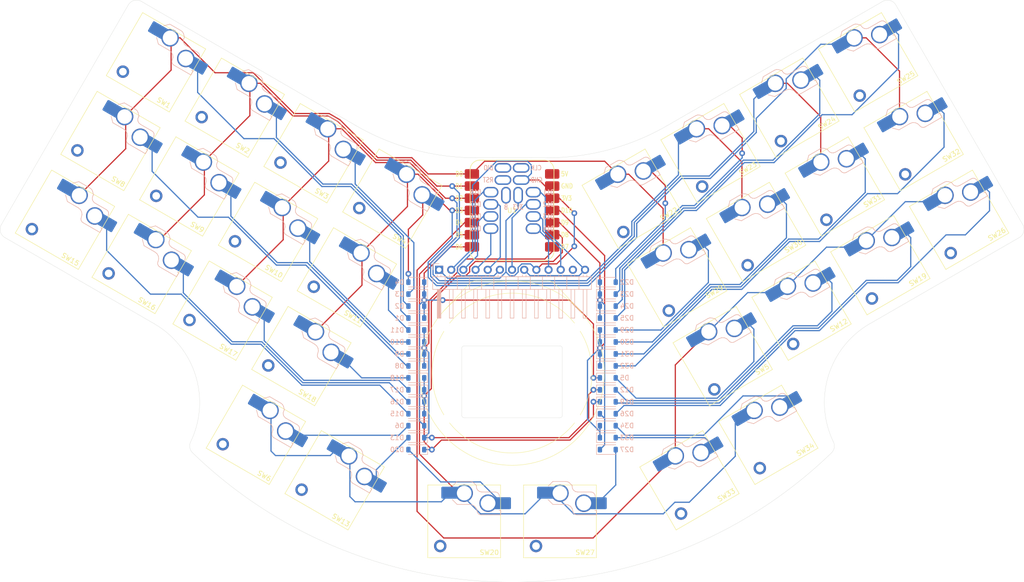
<source format=kicad_pcb>
(kicad_pcb (version 20240108) (generator "pcbnew") (generator_version "8.0")
  (layers (0 "F.Cu" signal) (31 "B.Cu" signal) (34 "B.Paste" user) (35 "F.Paste" user) (36 "B.SilkS" user "B.Silkscreen") (37 "F.SilkS" user "F.Silkscreen") (38 "B.Mask" user) (39 "F.Mask" user) (44 "Edge.Cuts" user))
  (net 0 "")
  (net 1 "ROW0")
  (net 2 "Net-(D1-A)")
  (net 3 "Net-(D2-A)")
  (net 4 "Net-(D3-A)")
  (net 5 "Net-(D4-A)")
  (net 6 "Net-(D5-A)")
  (net 7 "Net-(D6-A)")
  (net 8 "ROW1")
  (net 9 "Net-(D8-A)")
  (net 10 "Net-(D9-A)")
  (net 11 "Net-(D10-A)")
  (net 12 "Net-(D11-A)")
  (net 13 "Net-(D12-A)")
  (net 14 "Net-(D13-A)")
  (net 15 "ROW2")
  (net 16 "Net-(D15-A)")
  (net 17 "Net-(D16-A)")
  (net 18 "Net-(D17-A)")
  (net 19 "Net-(D18-A)")
  (net 20 "Net-(D19-A)")
  (net 21 "Net-(D20-A)")
  (net 22 "ROW3")
  (net 23 "Net-(D22-A)")
  (net 24 "Net-(D23-A)")
  (net 25 "Net-(D24-A)")
  (net 26 "Net-(D25-A)")
  (net 27 "Net-(D26-A)")
  (net 28 "Net-(D27-A)")
  (net 29 "ROW4")
  (net 30 "Net-(D29-A)")
  (net 31 "Net-(D30-A)")
  (net 32 "Net-(D31-A)")
  (net 33 "Net-(D32-A)")
  (net 34 "Net-(D33-A)")
  (net 35 "Net-(D34-A)")
  (net 36 "COL0")
  (net 37 "COL1")
  (net 38 "COL2")
  (net 39 "COL3")
  (net 40 "COL4")
  (net 41 "COL5")
  (net 42 "DC")
  (net 43 "SCL")
  (net 44 "+3V3")
  (net 47 "SWDIO")
  (net 48 "SDA")
  (net 49 "DISPLAY_RST")
  (net 50 "MOSI")
  (net 51 "GND")
  (net 53 "SWCLK")
  (net 54 "SCK")
  (net 55 "CS")
  (net 56 "MISO")
  (footprint "cgx_kb:XIAO_2350" (layer "F.Cu") (at 141 66)
    (property "Reference" "U1")
    (property "Value" "~")
  )
  (footprint "PCM_Switch_Keyboard_Hotswap_Kailh:SW_Hotswap_Kailh_Choc_V1V2_Plated_1.00u" (layer "F.Cu") (at 185 96.454482 30)
    (property "Reference" "SW5")
    (property "Value" "Choc_Hotswap")
  )
  (footprint "PCM_Switch_Keyboard_Hotswap_Kailh:SW_Hotswap_Kailh_Choc_V1V2_Plated_1.00u" (layer "F.Cu") (at 97.000002 96.454481 -30)
    (property "Reference" "SW18")
    (property "Value" "Choc_Hotswap")
  )
  (footprint "PCM_Switch_Keyboard_Hotswap_Kailh:SW_Hotswap_Kailh_Choc_V1V2_Plated_1.00u" (layer "F.Cu") (at 198.908964 44.545518 30)
    (property "Reference" "SW24")
    (property "Value" "Choc_Hotswap")
  )
  (footprint "cgx_kb:Waveshare_Touch_LCD_Round" (layer "F.Cu") (at 141 100 180)
    (property "Reference" "H1" (hide yes))
    (property "Value" "Display")
    (fp_line (start 10.5 -8.825) (end 10.5 5.175) (stroke (width 0.05)) (layer "Edge.Cuts"))
    (fp_line (start 10 5.675) (end -10 5.675) (stroke (width 0.05)) (layer "Edge.Cuts"))
    (fp_line (start -10 -9.325) (end 10 -9.325) (stroke (width 0.05)) (layer "Edge.Cuts"))
    (fp_line (start -10.5 5.175) (end -10.5 -8.825) (stroke (width 0.05)) (layer "Edge.Cuts"))
    (fp_arc (start 10.5 5.175) (mid 10.353553 5.528553) (end 10 5.675) (stroke (width 0.05)) (layer "Edge.Cuts"))
    (fp_arc (start 10 -9.325) (mid 10.353553 -9.178553) (end 10.5 -8.825) (stroke (width 0.05)) (layer "Edge.Cuts"))
    (fp_arc (start -10 5.675) (mid -10.353553 5.528553) (end -10.5 5.175) (stroke (width 0.05)) (layer "Edge.Cuts"))
    (fp_arc (start -10.5 -8.825) (mid -10.353553 -9.178553) (end -10 -9.325) (stroke (width 0.05)) (layer "Edge.Cuts"))
  )
  (footprint "PCM_Switch_Keyboard_Hotswap_Kailh:SW_Hotswap_Kailh_Choc_V1V2_Plated_1.00u" (layer "F.Cu") (at 215.363446 35.045516 30)
    (property "Reference" "SW25")
    (property "Value" "Choc_Hotswap")
  )
  (footprint "PCM_Switch_Keyboard_Hotswap_Kailh:SW_Hotswap_Kailh_Choc_V1V2_Plated_1.00u" (layer "F.Cu") (at 87.500002 112.908963 -30)
    (property "Reference" "SW6")
    (property "Value" "Choc_Hotswap")
  )
  (footprint "PCM_Switch_Keyboard_Hotswap_Kailh:SW_Hotswap_Kailh_Choc_V1V2_Plated_1.00u" (layer "F.Cu") (at 47.636553 67.95448 -30)
    (property "Reference" "SW15")
    (property "Value" "Choc_Hotswap")
  )
  (footprint "PCM_Switch_Keyboard_Hotswap_Kailh:SW_Hotswap_Kailh_Choc_V1V2_Plated_1.00u" (layer "F.Cu") (at 99.545519 54.045515 -30)
    (property "Reference" "SW3")
    (property "Value" "Choc_Hotswap")
  )
  (footprint "PCM_Switch_Keyboard_Hotswap_Kailh:SW_Hotswap_Kailh_Choc_V1V2_Plated_1.00u" (layer "F.Cu") (at 182.454482 54.045517 30)
    (property "Reference" "SW23")
    (property "Value" "Choc_Hotswap")
  )
  (footprint "PCM_Switch_Keyboard_Hotswap_Kailh:SW_Hotswap_Kailh_Choc_V1V2_Plated_1.00u" (layer "F.Cu") (at 191.954482 70.500001 30)
    (property "Reference" "SW30")
    (property "Value" "Choc_Hotswap")
  )
  (footprint "PCM_Switch_Keyboard_Hotswap_Kailh:SW_Hotswap_Kailh_Choc_V1V2_Plated_1.00u" (layer "F.Cu") (at 57.136555 51.499996 -30)
    (property "Reference" "SW8")
    (property "Value" "Choc_Hotswap")
  )
  (footprint "PCM_Switch_Keyboard_Hotswap_Kailh:SW_Hotswap_Kailh_Choc_V1V2_Plated_1.00u" (layer "F.Cu") (at 73.591035 60.999996 -30)
    (property "Reference" "SW9")
    (property "Value" "Choc_Hotswap")
  )
  (footprint "PCM_Switch_Keyboard_Hotswap_Kailh:SW_Hotswap_Kailh_Choc_V1V2_Plated_1.00u" (layer "F.Cu") (at 63.658024 77.20448 -30)
    (property "Reference" "SW16")
    (property "Value" "Choc_Hotswap")
  )
  (footprint "PCM_Switch_Keyboard_Hotswap_Kailh:SW_Hotswap_Kailh_Choc_V1V2_Plated_1.00u" (layer "F.Cu") (at 194.5 112.908966 30)
    (property "Reference" "SW34")
    (property "Value" "Choc_Hotswap")
  )
  (footprint "PCM_Switch_Keyboard_Hotswap_Kailh:SW_Hotswap_Kailh_Choc_V1V2_Plated_1.00u" (layer "F.Cu") (at 80.545518 86.954482 -30)
    (property "Reference" "SW17")
    (property "Value" "Choc_Hotswap")
  )
  (footprint "PCM_Switch_Keyboard_Hotswap_Kailh:SW_Hotswap_Kailh_Choc_V1V2_Plated_1.00u" (layer "F.Cu") (at 90.045519 70.499999 -30)
    (property "Reference" "SW10")
    (property "Value" "Choc_Hotswap")
  )
  (footprint "PCM_Switch_Keyboard_Hotswap_Kailh:SW_Hotswap_Kailh_Choc_V1V2_Plated_1.00u" (layer "F.Cu") (at 224.863447 51.499999 30)
    (property "Reference" "SW32")
    (property "Value" "Choc_Hotswap")
  )
  (footprint "PCM_Switch_Keyboard_Hotswap_Kailh:SW_Hotswap_Kailh_Choc_V1V2_Plated_1.00u" (layer "F.Cu") (at 178.045517 122.408967 30)
    (property "Reference" "SW33")
    (property "Value" "Choc_Hotswap")
  )
  (footprint "PCM_Switch_Keyboard_Hotswap_Kailh:SW_Hotswap_Kailh_Choc_V1V2_Plated_1.00u" (layer "F.Cu") (at 151 131)
    (property "Reference" "SW27")
    (property "Value" "Choc_Hotswap")
  )
  (footprint "PCM_Switch_Keyboard_Hotswap_Kailh:SW_Hotswap_Kailh_Choc_V1V2_Plated_1.00u" (layer "F.Cu") (at 201.454482 86.954484 30)
    (property "Reference" "SW12")
    (property "Value" "Choc_Hotswap")
  )
  (footprint "PCM_Switch_Keyboard_Hotswap_Kailh:SW_Hotswap_Kailh_Choc_V1V2_Plated_1.00u" (layer "F.Cu") (at 175.5 80 30)
    (property "Reference" "SW29")
    (property "Value" "Choc_Hotswap")
  )
  (footprint "PCM_Switch_Keyboard_Hotswap_Kailh:SW_Hotswap_Kailh_Choc_V1V2_Plated_1.00u" (layer "F.Cu") (at 66.636555 35.045514 -30)
    (property "Reference" "SW1")
    (property "Value" "Choc_Hotswap")
  )
  (footprint "PCM_Switch_Keyboard_Hotswap_Kailh:SW_Hotswap_Kailh_Choc_V1V2_Plated_1.00u" (layer "F.Cu") (at 131 131)
    (property "Reference" "SW20")
    (property "Value" "Choc_Hotswap")
  )
  (footprint "PCM_Switch_Keyboard_Hotswap_Kailh:SW_Hotswap_Kailh_Choc_V1V2_Plated_1.00u" (layer "F.Cu") (at 103.954485 122.408963 -30)
    (property "Reference" "SW13")
    (property "Value" "Choc_Hotswap")
  )
  (footprint "PCM_Switch_Keyboard_Hotswap_Kailh:SW_Hotswap_Kailh_Choc_V1V2_Plated_1.00u" (layer "F.Cu") (at 234.363448 67.954483 30)
    (property "Reference" "SW26")
    (property "Value" "Choc_Hotswap")
  )
  (footprint "PCM_Switch_Keyboard_Hotswap_Kailh:SW_Hotswap_Kailh_Choc_V1V2_Plated_1.00u" (layer "F.Cu") (at 106.5 80 -30)
    (property "Reference" "SW11")
    (property "Value" "Choc_Hotswap")
  )
  (footprint "PCM_Switch_Keyboard_Hotswap_Kailh:SW_Hotswap_Kailh_Choc_V1V2_Plated_1.00u" (layer "F.Cu") (at 116 63.545515 -30)
    (property "Reference" "SW4")
    (property "Value" "Choc_Hotswap")
  )
  (footprint "PCM_Switch_Keyboard_Hotswap_Kailh:SW_Hotswap_Kailh_Choc_V1V2_Plated_1.00u" (layer "F.Cu") (at 208.408964 61.000001 30)
    (property "Reference" "SW31")
    (property "Value" "Choc_Hotswap")
  )
  (footprint "PCM_Switch_Keyboard_Hotswap_Kailh:SW_Hotswap_Kailh_Choc_V1V2_Plated_1.00u" (layer "F.Cu") (at 83.091037 44.545513 -30)
    (property "Reference" "SW2")
    (property "Value" "Choc_Hotswap")
  )
  (footprint "PCM_Switch_Keyboard_Hotswap_Kailh:SW_Hotswap_Kailh_Choc_V1V2_Plated_1.00u" (layer "F.Cu") (at 217.908965 77.454482 30)
    (property "Reference" "SW19")
    (property "Value" "Choc_Hotswap")
  )
  (footprint "PCM_Switch_Keyboard_Hotswap_Kailh:SW_Hotswap_Kailh_Choc_V1V2_Plated_1.00u" (layer "F.Cu") (at 166 63.545518 30)
    (property "Reference" "SW22")
    (property "Value" "Choc_Hotswap")
  )
  (footprint "Diode_SMD:D_SOD-123" (layer "B.Cu") (at 161 96)
    (property "Reference" "D31")
    (property "Value" "1N4148W")
  )
  (footprint "Diode_SMD:D_SOD-123" (layer "B.Cu") (at 161 116)
    (property "Reference" "D27")
    (property "Value" "1N4148W")
  )
  (footprint "Diode_SMD:D_SOD-123" (layer "B.Cu") (at 161 103.5)
    (property "Reference" "D12")
    (property "Value" "1N4148W")
  )
  (footprint "Diode_SMD:D_SOD-123" (layer "B.Cu") (at 121 81 180)
    (property "Reference" "D4")
    (property "Value" "1N4148W")
  )
  (footprint "Diode_SMD:D_SOD-123" (layer "B.Cu") (at 161 108.5)
    (property "Reference" "D26")
    (property "Value" "1N4148W")
  )
  (footprint "Diode_SMD:D_SOD-123" (layer "B.Cu") (at 121 91 180)
    (property "Reference" "D11")
    (property "Value" "1N4148W")
  )
  (footprint "Diode_SMD:D_SOD-123" (layer "B.Cu") (at 161 86)
    (property "Reference" "D24")
    (property "Value" "1N4148W")
  )
  (footprint "Diode_SMD:D_SOD-123" (layer "B.Cu") (at 161 81)
    (property "Reference" "D22")
    (property "Value" "1N4148W")
  )
  (footprint "Diode_SMD:D_SOD-123" (layer "B.Cu") (at 161 106)
    (property "Reference" "D19")
    (property "Value" "1N4148W")
  )
  (footprint "Diode_SMD:D_SOD-123" (layer "B.Cu") (at 121 93.5 180)
    (property "Reference" "D10")
    (property "Value" "1N4148W")
  )
  (footprint "Diode_SMD:D_SOD-123" (layer "B.Cu") (at 121 103.5 180)
    (property "Reference" "D17")
    (property "Value" "1N4148W")
  )
  (footprint "Diode_SMD:D_SOD-123" (layer "B.Cu") (at 121 98.5 180)
    (property "Reference" "D8")
    (property "Value" "1N4148W")
  )
  (footprint "Diode_SMD:D_SOD-123" (layer "B.Cu") (at 121 86 180)
    (property "Reference" "D2")
    (property "Value" "1N4148W")
  )
  (footprint "Diode_SMD:D_SOD-123" (layer "B.Cu") (at 121 111 180)
    (property "Reference" "D6")
    (property "Value" "1N4148W")
  )
  (footprint "Diode_SMD:D_SOD-123" (layer "B.Cu") (at 121 96 180)
    (property "Reference" "D9")
    (property "Value" "1N4148W")
  )
  (footprint "Diode_SMD:D_SOD-123" (layer "B.Cu") (at 121 101 180)
    (property "Reference" "D18")
    (property "Value" "1N4148W")
  )
  (footprint "Diode_SMD:D_SOD-123" (layer "B.Cu") (at 161 111)
    (property "Reference" "D34")
    (property "Value" "1N4148W")
  )
  (footprint "Connector_PinHeader_2.54mm:PinHeader_1x13_P2.54mm_Horizontal" (layer "B.Cu") (at 125.76 78.41 -90)
    (property "Reference" "U2" (hide yes))
    (property "Value" "~")
  )
  (footprint "Diode_SMD:D_SOD-123" (layer "B.Cu") (at 161 98.5)
    (property "Reference" "D32")
    (property "Value" "1N4148W")
  )
  (footprint "Diode_SMD:D_SOD-123" (layer "B.Cu") (at 161 101)
    (property "Reference" "D5")
    (property "Value" "1N4148W")
  )
  (footprint "Diode_SMD:D_SOD-123" (layer "B.Cu") (at 161 91)
    (property "Reference" "D29")
    (property "Value" "1N4148W")
  )
  (footprint "Diode_SMD:D_SOD-123" (layer "B.Cu") (at 121 83.5 180)
    (property "Reference" "D3")
    (property "Value" "1N4148W")
  )
  (footprint "Diode_SMD:D_SOD-123" (layer "B.Cu") (at 161 83.5)
    (property "Reference" "D23")
    (property "Value" "1N4148W")
  )
  (footprint "Diode_SMD:D_SOD-123" (layer "B.Cu") (at 161 113.5)
    (property "Reference" "D33")
    (property "Value" "1N4148W")
  )
  (footprint "Diode_SMD:D_SOD-123" (layer "B.Cu") (at 161 88.5)
    (property "Reference" "D25")
    (property "Value" "1N4148W")
  )
  (footprint "Diode_SMD:D_SOD-123" (layer "B.Cu") (at 121 108.5 180)
    (property "Reference" "D15")
    (property "Value" "1N4148W")
  )
  (footprint "Diode_SMD:D_SOD-123" (layer "B.Cu") (at 121 106 180)
    (property "Reference" "D16")
    (property "Value" "1N4148W")
  )
  (footprint "Diode_SMD:D_SOD-123" (layer "B.Cu") (at 121 113.5 180)
    (property "Reference" "D13")
    (property "Value" "1N4148W")
  )
  (footprint "Diode_SMD:D_SOD-123" (layer "B.Cu") (at 121 88.5 180)
    (property "Reference" "D1")
    (property "Value" "1N4148W")
  )
  (footprint "Diode_SMD:D_SOD-123" (layer "B.Cu") (at 161 93.5)
    (property "Reference" "D30")
    (property "Value" "1N4148W")
  )
  (footprint "Diode_SMD:D_SOD-123" (layer "B.Cu") (at 121 116 180)
    (property "Reference" "D20")
    (property "Value" "1N4148W")
  )
  (gr_arc (start 208.11601 114.402242) (mid 207.065607 100.54431) (end 215.727566 89.676188) (stroke (width 0.05)) (layer "Edge.Cuts"))
  (gr_arc (start 66.264316 89.690251) (mid 74.917427 100.544319) (end 73.873724 114.386205) (stroke (width 0.05)) (layer "Edge.Cuts"))
  (gr_arc (start 74.241682 116.618867) (mid 73.709616 115.559903) (end 73.873724 114.386205) (stroke (width 0.05)) (layer "Edge.Cuts"))
  (gr_line (start 218.407954 22.317235) (end 173.346261 48.310773) (stroke (width 0.05)) (layer "Edge.Cuts"))
  (gr_arc (start 208.11601 114.402242) (mid 208.280118 115.57594) (end 207.748052 116.634904) (stroke (width 0.05)) (layer "Edge.Cuts"))
  (gr_arc (start 35.092325 71.681723) (mid 34.16047 70.46731) (end 34.360274 68.949672) (stroke (width 0.05)) (layer "Edge.Cuts"))
  (gr_line (start 63.592046 22.317236) (end 108.372146 48.262822) (stroke (width 0.05)) (layer "Edge.Cuts"))
  (gr_line (start 246.907674 71.681722) (end 215.73076 89.681723) (stroke (width 0.05)) (layer "Edge.Cuts"))
  (gr_line (start 137 55) (end 145 55) (stroke (width 0.05)) (layer "Edge.Cuts"))
  (gr_arc (start 60.860654 23.049667) (mid 62.074699 22.117914) (end 63.592046 22.317236) (stroke (width 0.05)) (layer "Edge.Cuts"))
  (gr_line (start 66.269239 89.681723) (end 35.092325 71.681723) (stroke (width 0.05)) (layer "Edge.Cuts"))
  (gr_arc (start 247.639725 68.949671) (mid 247.839548 70.467322) (end 246.907674 71.681722) (stroke (width 0.05)) (layer "Edge.Cuts"))
  (gr_line (start 145 55) (end 148.362729 55) (stroke (width 0.05)) (layer "Edge.Cuts"))
  (gr_line (start 137 55) (end 133.438622 55) (stroke (width 0.05)) (layer "Edge.Cuts"))
  (gr_arc (start 218.407954 22.317235) (mid 219.925301 22.117913) (end 221.139346 23.049666) (stroke (width 0.05)) (layer "Edge.Cuts"))
  (gr_arc (start 173.346261 48.310773) (mid 161.294498 53.29875) (end 148.362729 55) (stroke (width 0.05)) (layer "Edge.Cuts"))
  (gr_arc (start 207.748052 116.634904) (mid 140.990732 143.699897) (end 74.238648 116.621993) (stroke (width 0.05)) (layer "Edge.Cuts"))
  (gr_line (start 60.860654 23.049667) (end 34.360274 68.949672) (stroke (width 0.05)) (layer "Edge.Cuts"))
  (gr_arc (start 133.438622 55) (mid 120.460585 53.286339) (end 108.372146 48.262822) (stroke (width 0.05)) (layer "Edge.Cuts"))
  (gr_line (start 221.139346 23.049666) (end 247.639725 68.949671) (stroke (width 0.05)) (layer "Edge.Cuts"))
  (segment (start 126.5 84.75) (end 153 84.75) (width 0.254) (layer "F.Cu") (net 1))
  (segment (start 128.13 73.62) (end 122.65 79.1) (width 0.254) (layer "F.Cu") (net 1))
  (segment (start 132.618 73.62) (end 128.13 73.62) (width 0.254) (layer "F.Cu") (net 1))
  (segment (start 122.65 79.1) (end 122.65 84.75) (width 0.254) (layer "F.Cu") (net 1))
  (segment (start 158 89.75) (end 158 101) (width 0.254) (layer "F.Cu") (net 1))
  (segment (start 153 84.75) (end 158 89.75) (width 0.254) (layer "F.Cu") (net 1))
  (via (at 158 101) (size 1.2) (drill 0.6) (layers "F.Cu" "B.Cu") (net 1))
  (via (at 122.65 84.75) (size 1.2) (drill 0.6) (layers "F.Cu" "B.Cu") (net 1))
  (via (at 126.5 84.75) (size 1.2) (drill 0.6) (layers "F.Cu" "B.Cu") (net 1))
  (segment (start 121.669 85.731) (end 121.669 110.019) (width 0.254) (layer "B.Cu") (net 1))
  (segment (start 126.5 84.75) (end 122.65 84.75) (width 0.254) (layer "B.Cu") (net 1))
  (segment (start 159.350002 101) (end 158 101) (width 0.254) (layer "B.Cu") (net 1))
  (segment (start 122.65 81) (end 122.65 84.75) (width 0.254) (layer "B.Cu") (net 1))
  (segment (start 122.65 84.75) (end 121.669 85.731) (width 0.254) (layer "B.Cu") (net 1))
  (segment (start 122.65 84.75) (end 122.65 88.5) (width 0.254) (layer "B.Cu") (net 1))
  (segment (start 121.669 110.019) (end 122.65 111) (width 0.254) (layer "B.Cu") (net 1))
  (segment (start 119.35 88.5) (end 117.782609 86.932609) (width 0.254) (layer "B.Cu") (net 2))
  (segment (start 117.14079 70.85921) (end 107.28958 61.008) (width 0.254) (layer "B.Cu") (net 2))
  (segment (start 117.782609 86.932609) (end 117.782609 71.501029) (width 0.254) (layer "B.Cu") (net 2))
  (segment (start 91.28158 51) (end 85 51) (width 0.254) (layer "B.Cu") (net 2))
  (segment (start 85 51) (end 75.334854 41.334854) (width 0.254) (layer "B.Cu") (net 2))
  (segment (start 101.28958 61.008) (end 91.28158 51) (width 0.254) (layer "B.Cu") (net 2))
  (segment (start 117.782609 71.501029) (end 117.14079 70.85921) (width 0.254) (layer "B.Cu") (net 2))
  (segment (start 75.334854 41.334854) (end 75.334854 35.679617) (width 0.254) (layer "B.Cu") (net 2))
  (segment (start 107.28958 61.008) (end 101.28958 61.008) (width 0.254) (layer "B.Cu") (net 2))
  (segment (start 107.5 60.5) (end 118 71) (width 0.254) (layer "B.Cu") (net 3))
  (segment (start 118.290609 84.940609) (end 118.290609 71.290609) (width 0.254) (layer "B.Cu") (net 3))
  (segment (start 91.789336 50.789336) (end 101.5 60.5) (width 0.254) (layer "B.Cu") (net 3))
  (segment (start 119.35 86) (end 118.290609 84.940609) (width 0.254) (layer "B.Cu") (net 3))
  (segment (start 101.5 60.5) (end 107.5 60.5) (width 0.254) (layer "B.Cu") (net 3))
  (segment (start 91.789336 45.179616) (end 91.789336 50.789336) (width 0.254) (layer "B.Cu") (net 3))
  (segment (start 118.290609 71.290609) (end 118 71) (width 0.254) (layer "B.Cu") (net 3))
  (segment (start 120.5 82.35) (end 120.5 80.56842) (width 0.254) (layer "B.Cu") (net 4))
  (segment (start 108.243818 60.493818) (end 108.243818 54.679618) (width 0.254) (layer "B.Cu") (net 4))
  (segment (start 120.492 72.742) (end 108.243818 60.493818) (width 0.254) (layer "B.Cu") (net 4))
  (segment (start 120.492 80.56042) (end 120.492 72.742) (width 0.254) (layer "B.Cu") (net 4))
  (segment (start 120.5 80.56842) (end 120.492 80.56042) (width 0.254) (layer "B.Cu") (net 4))
  (segment (start 119.35 83.5) (end 120.5 82.35) (width 0.254) (layer "B.Cu") (net 4))
  (segment (start 122.34814 66.952043) (end 122.34814 62.872631) (width 0.254) (layer "F.Cu") (net 5))
  (segment (start 119.35 79.25) (end 119.35 69.950183) (width 0.254) (layer "F.Cu") (net 5))
  (segment (start 122.34814 62.872631) (end 122.230127 62.754618) (width 0.254) (layer "F.Cu") (net 5))
  (segment (start 119.35 69.950183) (end 122.34814 66.952043) (width 0.254) (layer "F.Cu") (net 5))
  (via (at 119.35 79.25) (size 1.2) (drill 0.6) (layers "F.Cu" "B.Cu") (net 5))
  (segment (start 119.35 79.25) (end 119.35 80.85) (width 0.254) (layer "B.Cu") (net 5))
  (segment (start 119.35 80.85) (end 119.5 81) (width 0.254) (layer "B.Cu") (net 5))
  (segment (start 166.899998 105.25) (end 162.649998 101) (width 0.254) (layer "B.Cu") (net 6))
  (segment (start 191.5 90.840286) (end 191.5 97.59474) (width 0.254) (layer "B.Cu") (net 6))
  (segment (start 191.5 97.59474) (end 183.84474 105.25) (width 0.254) (layer "B.Cu") (net 6))
  (segment (start 183.84474 105.25) (end 166.899998 105.25) (width 0.254) (layer "B.Cu") (net 6))
  (segment (start 189.898299 89.238585) (end 191.5 90.840286) (width 0.254) (layer "B.Cu") (net 6))
  (segment (start 96.741367 113) (end 96.198301 113.543066) (width 0.254) (layer "B.Cu") (net 7))
  (segment (start 117.35 113) (end 96.741367 113) (width 0.254) (layer "B.Cu") (net 7))
  (segment (start 119.35 111) (end 117.35 113) (width 0.254) (layer "B.Cu") (net 7))
  (segment (start 149.382 73.62) (end 149.382 74.618) (width 0.254) (layer "F.Cu") (net 8))
  (segment (start 123.631 84.869) (end 123.631 93.769) (width 0.254) (layer "F.Cu") (net 8))
  (segment (start 129.609 78.891) (end 123.631 84.869) (width 0.254) (layer "F.Cu") (net 8))
  (segment (start 152.891738 113.5) (end 124.25 113.5) (width 0.254) (layer "F.Cu") (net 8))
  (segment (start 123.631 93.769) (end 122.65 94.75) (width 0.254) (layer "F.Cu") (net 8))
  (segment (start 149.382 74.618) (end 147.837 76.163) (width 0.254) (layer "F.Cu") (net 8))
  (segment (start 157 104.5) (end 157 109.391738) (width 0.254) (layer "F.Cu") (net 8))
  (segment (start 158 103.5) (end 157 104.5) (width 0.254) (layer "F.Cu") (net 8))
  (segment (start 147.837 76.163) (end 131.346103 76.163) (width 0.254) (layer "F.Cu") (net 8))
  (segment (start 157 109.391738) (end 152.891738 113.5) (width 0.254) (layer "F.Cu") (net 8))
  (segment (start 129.609 77.900103) (end 129.609 78.891) (width 0.254) (layer "F.Cu") (net 8))
  (segment (start 131.346103 76.163) (end 129.609 77.900103) (width 0.254) (layer "F.Cu") (net 8))
  (via (at 158 103.5) (size 1.2) (drill 0.6) (layers "F.Cu" "B.Cu") (net 8))
  (via (at 122.65 94.75) (size 1.2) (drill 0.6) (layers "F.Cu" "B.Cu") (net 8))
  (via (at 124.25 113.5) (size 1.2) (drill 0.6) (layers "F.Cu" "B.Cu") (net 8))
  (segment (start 123.631 95.731) (end 122.65 94.75) (width 0.254) (layer "B.Cu") (net 8))
  (segment (start 124.25 113.5) (end 122.65 113.5) (width 0.254) (layer "B.Cu") (net 8))
  (segment (start 123.631 112.519) (end 123.631 95.731) (width 0.254) (layer "B.Cu") (net 8))
  (segment (start 159.35 103.5) (end 158 103.5) (width 0.254) (layer "B.Cu") (net 8))
  (segment (start 122.65 94.75) (end 122.65 98.5) (width 0.254) (layer "B.Cu") (net 8))
  (segment (start 122.65 91) (end 122.65 94.75) (width 0.254) (layer "B.Cu") (net 8))
  (segment (start 122.65 113.5) (end 123.631 112.519) (width 0.254) (layer "B.Cu") (net 8))
  (segment (start 119 98.5) (end 97.931153 77.431153) (width 0.254) (layer "B.Cu") (net 9))
  (segment (start 97.931153 77.431153) (end 91.789338 77.431153) (width 0.254) (layer "B.Cu") (net 9))
  (segment (start 75.423149 67.423149) (end 65.834854 57.834854) (width 0.254) (layer "B.Cu") (net 9))
  (segment (start 81.781334 67.423149) (end 75.423149 67.423149) (width 0.254) (layer "B.Cu") (net 9))
  (segment (start 119 98.5) (end 119.35 98.5) (width 0.254) (layer "B.Cu") (net 9))
  (segment (start 65.834854 57.834854) (end 65.834854 52.134099) (width 0.254) (layer "B.Cu") (net 9))
  (segment (start 91.789338 77.431153) (end 81.781334 67.423149) (width 0.254) (layer "B.Cu") (net 9))
  (segment (start 91.999758 76.923153) (end 82.289334 67.212729) (width 0.254) (layer "B.Cu") (net 10))
  (segment (start 82.289334 67.212729) (end 82.289334 61.634099) (width 0.254) (layer "B.Cu") (net 10))
  (segment (start 117.312665 96) (end 119.35 96) (width 0.254) (layer "B.Cu") (net 10))
  (segment (start 117.312665 96) (end 98.235818 76.923153) (width 0.254) (layer "B.Cu") (net 10))
  (segment (start 98.235818 76.923153) (end 91.999758 76.923153) (width 0.254) (layer "B.Cu") (net 10))
  (segment (start 98.743818 76.712733) (end 115.515543 93.484457) (width 0.254) (layer "B.Cu") (net 11))
  (segment (start 115.531086 93.5) (end 119.35 93.5) (width 0.254) (layer "B.Cu") (net 11))
  (segment (start 115.515543 93.484457) (end 115.531085 93.5) (width 0.254) (layer "B.Cu") (net 11))
  (segment (start 98.743818 71.134102) (end 98.743818 76.712733) (width 0.254) (layer "B.Cu") (net 11))
  (segment (start 115.515543 93.484457) (end 115.531086 93.5) (width 0.254) (layer "B.Cu") (net 11))
  (segment (start 115.198299 86.848299) (end 119.35 91) (width 0.254) (layer "B.Cu") (net 12))
  (segment (start 115.198299 80.634103) (end 115.198299 86.848299) (width 0.254) (layer "B.Cu") (net 12))
  (segment (start 164.907998 105.758) (end 184.05516 105.758) (width 0.254) (layer "B.Cu") (net 13))
  (segment (start 199.685253 90.114484) (end 204.758931 90.114484) (width 0.254) (layer "B.Cu") (net 13))
  (segment (start 197.002355 92.810805) (end 197.002355 92.797382) (width 0.254) (layer "B.Cu") (net 13))
  (segment (start 162.649998 103.5) (end 164.907998 105.758) (width 0.254) (layer "B.Cu") (net 13))
  (segment (start 197.002355 92.797382) (end 199.685253 90.114484) (width 0.254) (layer "B.Cu") (net 13))
  (segment (start 207.802622 81.188428) (end 206.352781 79.738587) (width 0.254) (layer "B.Cu") (net 13))
  (segment (start 184.05516 105.758) (end 197.002355 92.810805) (width 0.254) (layer "B.Cu") (net 13))
  (segment (start 204.758931 90.114484) (end 207.802622 87.070793) (width 0.254) (layer "B.Cu") (net 13))
  (segment (start 207.802622 87.070793) (end 207.802622 81.188428) (width 0.254) (layer "B.Cu") (net 13))
  (segment (start 119.35 113.5) (end 112.652784 120.197216) (width 0.254) (layer "B.Cu") (net 14))
  (segment (start 112.652784 120.197216) (end 112.652784 123.043066) (width 0.254) (layer "B.Cu") (net 14))
  (segment (start 131.240897 79.75) (end 129.46842 79.75) (width 0.254) (layer "F.Cu") (net 15))
  (segment (start 158 109.110158) (end 153.102158 114.008) (width 0.254) (layer "F.Cu") (net 15))
  (segment (start 151.5 71.698001) (end 151.5 74.78158) (width 0.254) (layer "F.Cu") (net 15))
  (segment (start 124.139 85.07942) (end 124.139 103.261) (width 0.254) (layer "F.Cu") (net 15))
  (segment (start 122.65 114.4) (end 122.65 104.75) (width 0.254) (layer "F.Cu") (net 15))
  (segment (start 149.382 71.08) (end 150.881999 71.08) (width 0.254) (layer "F.Cu") (net 15))
  (segment (start 129.46842 79.75) (end 124.139 85.07942) (width 0.254) (layer "F.Cu") (net 15))
  (segment (start 150.881999 71.08) (end 151.5 71.698001) (width 0.254) (layer "F.Cu") (net 15))
  (segment (start 124.25 116) (end 122.65 114.4) (width 0.254) (layer "F.Cu") (net 15))
  (segment (start 133.329 76.671) (end 132.149 77.851) (width 0.254) (layer "F.Cu") (net 15))
  (segment (start 132.149 77.851) (end 132.149 78.841897) (width 0.254) (layer "F.Cu") (net 15))
  (segment (start 124.139 103.261) (end 122.65 104.75) (width 0.254) (layer "F.Cu") (net 15))
  (segment (start 126.242 114.008) (end 124.25 116) (width 0.254) (layer "F.Cu") (net 15))
  (segment (start 153.102158 114.008) (end 126.242 114.008) (width 0.254) (layer "F.Cu") (net 15))
  (segment (start 149.61058 76.671) (end 133.329 76.671) (width 0.254) (layer "F.Cu") (net 15))
  (segment (start 151.5 74.78158) (end 149.61058 76.671) (width 0.254) (layer "F.Cu") (net 15))
  (segment (start 158 106) (end 158 109.110158) (width 0.254) (layer "F.Cu") (net 15))
  (segment (start 132.149 78.841897) (end 131.240897 79.75) (width 0.254) (layer "F.Cu") (net 15))
  (via (at 124.25 116) (size 1.2) (drill 0.6) (layers "F.Cu" "B.Cu") (net 15))
  (via (at 122.65 104.75) (size 1.2) (drill 0.6) (layers "F.Cu" "B.Cu") (net 15))
  (via (at 158 106) (size 1.2) (drill 0.6) (layers "F.Cu" "B.Cu") (net 15))
  (segment (start 159.350002 106) (end 158 106) (width 0.254) (layer "B.Cu") (net 15))
  (segment (start 122.65 101) (end 122.65 104.75) (width 0.254) (layer "B.Cu") (net 15))
  (segment (start 122.65 116) (end 124.25 116) (width 0.254) (layer "B.Cu") (net 15))
  (segment (start 122.65 104.75) (end 122.65 108.5) (width 0.254) (layer "B.Cu") (net 15))
  (segment (start 56.334852 68.588583) (end 56.334852 74.350223) (width 0.254) (layer "B.Cu") (net 16))
  (segment (start 82.786779 93.962236) (end 83.462237 93.962237) (width 0.254) (layer "B.Cu") (net 16))
  (segment (start 82.365938 93.962237) (end 82.786779 93.962236) (width 0.254) (layer "B.Cu") (net 16))
  (segment (start 97.08716 102.524) (end 113.374 102.524) (width 0.254) (layer "B.Cu") (net 16))
  (segment (start 71.903701 83.5) (end 82.365938 93.962237) (width 0.254) (layer "B.Cu") (net 16))
  (segment (start 83.462237 93.962237) (end 88.525397 93.962237) (width 0.254) (layer "B.Cu") (net 16))
  (segment (start 65.484629 83.5) (end 71.903701 83.5) (width 0.254) (layer "B.Cu") (net 16))
  (segment (start 113.374 102.524) (end 119.35 108.5) (width 0.254) (layer "B.Cu") (net 16))
  (segment (start 56.334852 74.350223) (end 65.484629 83.5) (width 0.254) (layer "B.Cu") (net 16))
  (segment (start 88.525397 93.962237) (end 97.08716 102.524) (width 0.254) (layer "B.Cu") (net 16))
  (segment (start 72.356323 83.234202) (end 82.576358 93.454237) (width 0.254) (layer "B.Cu") (net 17))
  (segment (start 82.576358 93.454237) (end 88.735817 93.454237) (width 0.254) (layer "B.Cu") (net 17))
  (segment (start 88.735817 93.454237) (end 97.29758 102.016) (width 0.254) (layer "B.Cu") (net 17))
  (segment (start 72.356323 77.838583) (end 72.356323 83.234202) (width 0.254) (layer "B.Cu") (net 17))
  (segment (start 97.29758 102.016) (end 115.366 102.016) (width 0.254) (layer "B.Cu") (net 17))
  (segment (start 115.366 102.016) (end 119.35 106) (width 0.254) (layer "B.Cu") (net 17))
  (segment (start 117.358 101.508) (end 119.35 103.5) (width 0.254) (layer "B.Cu") (net 18))
  (segment (start 89.243817 93.243817) (end 97.508 101.508) (width 0.254) (layer "B.Cu") (net 18))
  (segment (start 97.508 101.508) (end 117.358 101.508) (width 0.254) (layer "B.Cu") (net 18))
  (segment (start 89.243817 87.588585) (end 89.243817 93.243817) (width 0.254) (layer "B.Cu") (net 18))
  (segment (start 109.609717 101) (end 119.35 101) (width 0.254) (layer "B.Cu") (net 19))
  (segment (start 105.698301 97.088584) (end 109.609717 101) (width 0.254) (layer "B.Cu") (net 19))
  (segment (start 204.969351 90.622484) (end 214.977353 80.614482) (width 0.254) (layer "B.Cu") (net 20))
  (segment (start 199.895673 90.622484) (end 204.969351 90.622484) (width 0.254) (layer "B.Cu") (net 20))
  (segment (start 214.977353 80.614482) (end 221.417098 80.614482) (width 0.254) (layer "B.Cu") (net 20))
  (segment (start 162.649998 106) (end 162.915998 106.266) (width 0.254) (layer "B.Cu") (net 20))
  (segment (start 224.257105 71.688426) (end 222.807264 70.238585) (width 0.254) (layer "B.Cu") (net 20))
  (segment (start 224.257105 77.774475) (end 224.257105 71.688426) (width 0.254) (layer "B.Cu") (net 20))
  (segment (start 197.510355 93.021225) (end 197.510355 93.007802) (width 0.254) (layer "B.Cu") (net 20))
  (segment (start 162.915998 106.266) (end 184.26558 106.266) (width 0.254) (layer "B.Cu") (net 20))
  (segment (start 221.417098 80.614482) (end 224.257105 77.774475) (width 0.254) (layer "B.Cu") (net 20))
  (segment (start 184.26558 106.266) (end 197.510355 93.021225) (width 0.254) (layer "B.Cu") (net 20))
  (segment (start 197.510355 93.007802) (end 199.895673 90.622484) (width 0.254) (layer "B.Cu") (net 20))
  (segment (start 134.4 122.75) (end 138.85 127.2) (width 0.254) (layer "B.Cu") (net 21))
  (segment (start 126.1 122.75) (end 134.4 122.75) (width 0.254) (layer "B.Cu") (net 21))
  (segment (start 119.35 116) (end 126.1 122.75) (width 0.254) (layer "B.Cu") (net 21))
  (segment (start 159.350002 77.008003) (end 150.881999 68.54) (width 0.254) (layer "F.Cu") (net 22))
  (segment (start 150.881999 68.54) (end 149.382 68.54) (width 0.254) (layer "F.Cu") (net 22))
  (segment (start 159.350002 84.75) (end 159.350002 77.008003) (width 0.254) (layer "F.Cu") (net 22))
  (via (at 159.350002 84.75) (size 1.2) (drill 0.6) (layers "F.Cu" "B.Cu") (net 22))
  (segment (start 160.331002 112.75) (end 160.331002 85.731) (width 0.254) (layer "B.Cu") (net 22))
  (segment (start 159.350002 81) (end 159.350002 88.5) (width 0.254) (layer "B.Cu") (net 22))
  (segment (start 160.331002 85.731) (end 159.350002 84.75) (width 0.254) (layer "B.Cu") (net 22))
  (segment (start 160.331002 115.019) (end 160.331002 109.481) (width 0.254) (layer "B.Cu") (net 22))
  (segment (start 160.331002 109.481) (end 159.350002 108.5) (width 0.254) (layer "B.Cu") (net 22))
  (segment (start 159.350002 116) (end 160.331002 115.019) (width 0.254) (layer "B.Cu") (net 22))
  (segment (start 169.963771 57.754621) (end 168.430127 57.754621) (width 0.254) (layer "F.Cu") (net 23))
  (segment (start 173 64.5) (end 173 60.79085) (width 0.254) (layer "F.Cu") (net 23))
  (segment (start 173 60.79085) (end 169.963771 57.754621) (width 0.254) (layer "F.Cu") (net 23))
  (via (at 173 64.5) (size 1.2) (drill 0.6) (layers "F.Cu" "B.Cu") (net 23))
  (segment (start 173 67.84474) (end 162.649998 78.194742) (width 0.254) (layer "B.Cu") (net 23))
  (segment (start 173 64.5) (end 173 67.84474) (width 0.254) (layer "B.Cu") (net 23))
  (segment (start 162.649998 78.194742) (end 162.649998 81) (width 0.254) (layer "B.Cu") (net 23))
  (segment (start 189.052882 50.889249) (end 186.418253 48.25462) (width 0.254) (layer "F.Cu") (net 24))
  (segment (start 186.418253 48.25462) (end 184.884609 48.25462) (width 0.254) (layer "F.Cu") (net 24))
  (segment (start 189.052882 54.052882) (end 189.052882 50.889249) (width 0.254) (layer "F.Cu") (net 24))
  (via (at 189.052882 54.052882) (size 1.2) (drill 0.6) (layers "F.Cu" "B.Cu") (net 24))
  (segment (start 163.5 82.649998) (end 162.649998 83.5) (width 0.254) (layer "B.Cu") (net 24))
  (segment (start 189.052882 55.029314) (end 179.082196 65) (width 0.254) (layer "B.Cu") (net 24))
  (segment (start 163.5 78.06316) (end 163.5 82.649998) (width 0.254) (layer "B.Cu") (net 24))
  (segment (start 179.082196 65) (end 176.56316 65) (width 0.254) (layer "B.Cu") (net 24))
  (segment (start 189.052882 54.052882) (end 189.052882 55.029314) (width 0.254) (layer "B.Cu") (net 24))
  (segment (start 176.56316 65) (end 163.5 78.06316) (width 0.254) (layer "B.Cu") (net 24))
  (segment (start 203.807263 37.329621) (end 205.257104 38.779462) (width 0.254) (layer "B.Cu") (net 25))
  (segment (start 164.008 84.641998) (end 162.649998 86) (width 0.254) (layer "B.Cu") (net 25))
  (segment (start 195.5 55.5) (end 189.300616 55.5) (width 0.254) (layer "B.Cu") (net 25))
  (segment (start 176.77358 65.508) (end 164.008 78.27358) (width 0.254) (layer "B.Cu") (net 25))
  (segment (start 197.85013 53.186549) (end 197.813451 53.186549) (width 0.254) (layer "B.Cu") (net 25))
  (segment (start 164.008 78.27358) (end 164.008 84.641998) (width 0.254) (layer "B.Cu") (net 25))
  (segment (start 205.257104 38.779462) (end 205.257104 45.779575) (width 0.254) (layer "B.Cu") (net 25))
  (segment (start 205.257104 45.779575) (end 197.85013 53.186549) (width 0.254) (layer "B.Cu") (net 25))
  (segment (start 179.292616 65.508) (end 176.77358 65.508) (width 0.254) (layer "B.Cu") (net 25))
  (segment (start 189.300616 55.5) (end 179.292616 65.508) (width 0.254) (layer "B.Cu") (net 25))
  (segment (start 197.813451 53.186549) (end 195.5 55.5) (width 0.254) (layer "B.Cu") (net 25))
  (segment (start 189.511036 56.008) (end 179.503036 66.016) (width 0.254) (layer "B.Cu") (net 26))
  (segment (start 176.984 66.016) (end 164.516 78.484) (width 0.254) (layer "B.Cu") (net 26))
  (segment (start 212 46) (end 205.755099 46) (width 0.254) (layer "B.Cu") (net 26))
  (segment (start 164.516 86.633998) (end 162.649998 88.5) (width 0.254) (layer "B.Cu") (net 26))
  (segment (start 164.516 78.484) (end 164.516 86.633998) (width 0.254) (layer "B.Cu") (net 26))
  (segment (start 205.755099 46) (end 198.06055 53.694549) (width 0.254) (layer "B.Cu") (net 26))
  (segment (start 198.023871 53.694549) (end 195.71042 56.008) (width 0.254) (layer "B.Cu") (net 26))
  (segment (start 195.71042 56.008) (end 189.511036 56.008) (width 0.254) (layer "B.Cu") (net 26))
  (segment (start 179.503036 66.016) (end 176.984 66.016) (width 0.254) (layer "B.Cu") (net 26))
  (segment (start 220.261745 27.829619) (end 221.711586 29.27946) (width 0.254) (layer "B.Cu") (net 26))
  (segment (start 221.711586 29.27946) (end 221.711586 36.288414) (width 0.254) (layer "B.Cu") (net 26))
  (segment (start 198.06055 53.694549) (end 198.023871 53.694549) (width 0.254) (layer "B.Cu") (net 26))
  (segment (start 221.711586 36.288414) (end 212 46) (width 0.254) (layer "B.Cu") (net 26))
  (segment (start 240.711588 62.188427) (end 240.711588 66.075258) (width 0.254) (layer "B.Cu") (net 27))
  (segment (start 205.179771 91.130484) (end 200.106093 91.130484) (width 0.254) (layer "B.Cu") (net 27))
  (segment (start 240.711588 66.075258) (end 235.672363 71.114483) (width 0.254) (layer "B.Cu") (net 27))
  (segment (start 221.627518 81.122482) (end 215.187773 81.122482) (width 0.254) (layer "B.Cu") (net 27))
  (segment (start 198.018355 93.231645) (end 184.476 106.774) (width 0.254) (layer "B.Cu") (net 27))
  (segment (start 239.261747 60.738586) (end 240.711588 62.188427) (width 0.254) (layer "B.Cu") (net 27))
  (segment (start 215.187773 81.122482) (end 205.179771 91.130484) (width 0.254) (layer "B.Cu") (net 27))
  (segment (start 231.635517 71.114483) (end 221.627518 81.122482) (width 0.254) (layer "B.Cu") (net 27))
  (segment (start 164.375998 106.774) (end 162.649998 108.5) (width 0.254) (layer "B.Cu") (net 27))
  (segment (start 200.106093 91.130484) (end 198.018355 93.218222) (width 0.254) (layer "B.Cu") (net 27))
  (segment (start 198.018355 93.218222) (end 198.018355 93.231645) (width 0.254) (layer "B.Cu") (net 27))
  (segment (start 184.476 106.774) (end 164.375998 106.774) (width 0.254) (layer "B.Cu") (net 27))
  (segment (start 235.672363 71.114483) (end 231.635517 71.114483) (width 0.254) (layer "B.Cu") (net 27))
  (segment (start 158.85 127.2) (end 162.649998 123.400002) (width 0.254) (layer "B.Cu") (net 28))
  (segment (start 162.649998 123.400002) (end 162.649998 116) (width 0.254) (layer "B.Cu") (net 28))
  (segment (start 160.331002 75.449003) (end 150.881999 66) (width 0.254) (layer "F.Cu") (net 29))
  (segment (start 160.331002 93.769) (end 160.331002 75.449003) (width 0.254) (layer "F.Cu") (net 29))
  (segment (start 159.350002 94.75) (end 160.331002 93.769) (width 0.254) (layer "F.Cu") (net 29))
  (segment (start 150.881999 66) (end 149.382 66) (width 0.254) (layer "F.Cu") (net 29))
  (via (at 159.350002 94.75) (size 1.2) (drill 0.6) (layers "F.Cu" "B.Cu") (net 29))
  (segment (start 156.75 109.649998) (end 159.350002 112.25) (width 0.254) (layer "B.Cu") (net 29))
  (segment (start 159.350002 91) (end 159.350002 98.5) (width 0.254) (layer "B.Cu") (net 29))
  (segment (start 156.75 97.350002) (end 156.75 109.649998) (width 0.254) (layer "B.Cu") (net 29))
  (segment (start 159.350002 94.75) (end 156.75 97.350002) (width 0.254) (layer "B.Cu") (net 29))
  (segment (start 159.350002 111) (end 159.350002 113.5) (width 0.254) (layer "B.Cu") (net 29))
  (segment (start 162.649998 91) (end 172.082197 91) (width 0.254) (layer "B.Cu") (net 30))
  (segment (start 172.082197 91) (end 182 81.082197) (width 0.254) (layer "B.Cu") (net 30))
  (segment (start 182 81.082197) (end 182 74.385804) (width 0.254) (layer "B.Cu") (net 30))
  (segment (start 182 74.385804) (end 180.398299 72.784103) (width 0.254) (layer "B.Cu") (net 30))
  (segment (start 198.302622 71.734058) (end 188.55268 81.484) (width 0.254) (layer "B.Cu") (net 31))
  (segment (start 170.300617 93.5) (end 162.649998 93.5) (width 0.254) (layer "B.Cu") (net 31))
  (segment (start 188.55268 81.484) (end 182.316617 81.484) (width 0.254) (layer "B.Cu") (net 31))
  (segment (start 196.852781 63.284104) (end 198.302622 64.733945) (width 0.254) (layer "B.Cu") (net 31))
  (segment (start 198.302622 64.733945) (end 198.302622 71.734058) (width 0.254) (layer "B.Cu") (net 31))
  (segment (start 182.316617 81.484) (end 170.300617 93.5) (width 0.254) (layer "B.Cu") (net 31))
  (segment (start 205.008 71.992) (end 198.7631 71.992) (width 0.254) (layer "B.Cu") (net 32))
  (segment (start 214.757104 55.233945) (end 214.757104 62.242896) (width 0.254) (layer "B.Cu") (net 32))
  (segment (start 188.7631 81.992) (end 182.527038 81.992) (width 0.254) (layer "B.Cu") (net 32))
  (segment (start 168.519038 96) (end 162.649998 96) (width 0.254) (layer "B.Cu") (net 32))
  (segment (start 198.7631 71.992) (end 188.7631 81.992) (width 0.254) (layer "B.Cu") (net 32))
  (segment (start 213.307263 53.784104) (end 214.757104 55.233945) (width 0.254) (layer "B.Cu") (net 32))
  (segment (start 214.757104 62.242896) (end 205.008 71.992) (width 0.254) (layer "B.Cu") (net 32))
  (segment (start 182.527038 81.992) (end 168.519038 96) (width 0.254) (layer "B.Cu") (net 32))
  (segment (start 188.97352 82.5) (end 182.737458 82.5) (width 0.254) (layer "B.Cu") (net 33))
  (segment (start 231.211587 52.788413) (end 221.5 62.5) (width 0.254) (layer "B.Cu") (net 33))
  (segment (start 231.211587 45.733943) (end 231.211587 52.788413) (width 0.254) (layer "B.Cu") (net 33))
  (segment (start 166.737458 98.5) (end 162.649998 98.5) (width 0.254) (layer "B.Cu") (net 33))
  (segment (start 182.737458 82.5) (end 166.737458 98.5) (width 0.254) (layer "B.Cu") (net 33))
  (segment (start 205.21842 72.5) (end 198.97352 72.5) (width 0.254) (layer "B.Cu") (net 33))
  (segment (start 229.761746 44.284102) (end 231.211587 45.733943) (width 0.254) (layer "B.Cu") (net 33))
  (segment (start 215.21842 62.5) (end 205.21842 72.5) (width 0.254) (layer "B.Cu") (net 33))
  (segment (start 221.5 62.5) (end 215.21842 62.5) (width 0.254) (layer "B.Cu") (net 33))
  (segment (start 198.97352 72.5) (end 188.97352 82.5) (width 0.254) (layer "B.Cu") (net 33))
  (segment (start 182.943816 115.19307) (end 181.250746 113.5) (width 0.254) (layer "B.Cu") (net 34))
  (segment (start 181.250746 113.5) (end 162.649998 113.5) (width 0.254) (layer "B.Cu") (net 34))
  (segment (start 198.483235 104.778005) (end 189.221995 104.778005) (width 0.254) (layer "B.Cu") (net 35))
  (segment (start 189.221995 104.778005) (end 181.008 112.992) (width 0.254) (layer "B.Cu") (net 35))
  (segment (start 181.008 112.992) (end 164.641998 112.992) (width 0.254) (layer "B.Cu") (net 35))
  (segment (start 164.641998 112.992) (end 162.649998 111) (width 0.254) (layer "B.Cu") (net 35))
  (segment (start 199.398299 105.693069) (end 198.483235 104.778005) (width 0.254) (layer "B.Cu") (net 35))
  (segment (start 78.978861 37.228861) (end 71.685964 29.935964) (width 0.254) (layer "F.Cu") (net 36))
  (segment (start 112.984 54.984) (end 105.079986 47.079986) (width 0.254) (layer "F.Cu") (net 36))
  (segment (start 165.359365 58.435968) (end 172.55 65.626603) (width 0.254) (layer "F.Cu") (net 36))
  (segment (start 60.314695 53.116788) (end 50.586553 62.84493) (width 0.254) (layer "F.Cu") (net 36))
  (segment (start 95.439474 45.714644) (end 86.953691 37.228861) (width 0.254) (layer "F.Cu") (net 36))
  (segment (start 163.05 58.435968) (end 160.339032 55.725) (width 0.254) (layer "F.Cu") (net 36))
  (segment (start 123.465454 58.38) (end 120.069454 54.984) (width 0.254) (layer "F.Cu") (net 36))
  (segment (start 60.086555 46.390446) (end 60.314695 46.618586) (width 0.254) (layer "F.Cu") (net 36))
  (segment (start 163.05 58.435968) (end 165.359365 58.435968) (width 0.254) (layer "F.Cu") (net 36))
  (segment (start 69.796555 30.145964) (end 69.796555 36.680446) (width 0.254) (layer "F.Cu") (net 36))
  (segment (start 69.586555 29.935964) (end 69.796555 30.145964) (width 0.254) (layer "F.Cu") (net 36))
  (segment (start 120.069454 54.984) (end 112.984 54.984) (width 0.254) (layer "F.Cu") (net 36))
  (segment (start 71.685964 29.935964) (end 69.586555 29.935964) (width 0.254) (layer "F.Cu") (net 36))
  (segment (start 69.796555 36.680446) (end 60.086555 46.390446) (width 0.254) (layer "F.Cu") (net 36))
  (segment (start 95.439474 45.75) (end 95.439474 45.714644) (width 0.254) (layer "F.Cu") (net 36))
  (segment (start 86.953691 37.228861) (end 78.978861 37.228861) (width 0.254) (layer "F.Cu") (net 36))
  (segment (start 102.784532 45.75) (end 95.439474 45.75) (width 0.254) (layer "F.Cu") (net 36))
  (segment (start 60.314695 46.618586) (end 60.314695 53.116788) (width 0.254) (layer "F.Cu") (net 36))
  (segment (start 132.618 58.38) (end 123.465454 58.38) (width 0.254) (layer "F.Cu") (net 36))
  (segment (start 105.079986 47.079986) (end 102.784532 45.75) (width 0.254) (layer "F.Cu") (net 36))
  (segment (start 160.339032 55.725) (end 135.273 55.725) (width 0.254) (layer "F.Cu") (net 36))
  (segment (start 135.273 55.725) (end 132.618 58.38) (width 0.254) (layer "F.Cu") (net 36))
  (segment (start 172.55 65.626603) (end 172.55 74.89045) (width 0.254) (layer "F.Cu") (net 36))
  (segment (start 189.004482 55.890383) (end 189.004482 65.390451) (width 0.254) (layer "F.Cu") (net 37))
  (segment (start 76.751035 62.748965) (end 67.40507 72.09493) (width 0.254) (layer "F.Cu") (net 37))
  (segment (start 67.40507 72.09493) (end 66.608024 72.09493) (width 0.254) (layer "F.Cu") (net 37))
  (segment (start 104.61762 47.3992) (end 112.71042 55.492) (width 0.254) (layer "F.Cu") (net 37))
  (segment (start 102.647997 46.258) (end 104.61762 47.3992) (width 0.254) (layer "F.Cu") (net 37))
  (segment (start 112.71042 55.492) (end 119.859034 55.492) (width 0.254) (layer "F.Cu") (net 37))
  (segment (start 76.751035 56.100446) (end 76.751035 62.748965) (width 0.254) (layer "F.Cu") (net 37))
  (segment (start 86.041037 39.435963) (end 88.407017 39.435963) (width 0.254) (layer "F.Cu") (net 37))
  (segment (start 95.229054 46.258) (end 102.647997 46.258) (width 0.254) (layer "F.Cu") (net 37))
  (segment (start 86.251037 46.180444) (end 76.541035 55.890446) (width 0.254) (layer "F.Cu") (net 37))
  (segment (start 179.504482 48.935967) (end 182.050066 48.935967) (width 0.254) (layer "F.Cu") (net 37))
  (segment (start 76.541035 55.890446) (end 76.751035 56.100446) (width 0.254) (layer "F.Cu") (net 37))
  (segment (start 86.251037 39.645963) (end 86.251037 46.180444) (width 0.254) (layer "F.Cu") (net 37))
  (segment (start 119.859034 55.492) (end 125.287034 60.92) (width 0.254) (layer "F.Cu") (net 37))
  (segment (start 88.407017 39.435963) (end 95.229054 46.258) (width 0.254) (layer "F.Cu") (net 37))
  (segment (start 125.287034 60.92) (end 132.618 60.92) (width 0.254) (layer "F.Cu") (net 37))
  (segment (start 86.041037 39.435963) (end 86.251037 39.645963) (width 0.254) (layer "F.Cu") (net 37))
  (segment (start 182.050066 48.935967) (end 189.004482 55.890383) (width 0.254) (layer "F.Cu") (net 37))
  (via (at 128.5 60.92) (size 1.2) (drill 0.6) (layers "F.Cu" "B.Cu") (net 37))
  (segment (start 130.008 62.428) (end 128.5 60.92) (width 0.254) (layer "B.Cu") (net 37))
  (segment (start 130.008 71.742) (end 130.008 62.428) (width 0.254) (layer "B.Cu") (net 37))
  (segment (start 125.805 80.696) (end 124.5 79.391) (width 0.254) (layer "B.Cu") (net 37))
  (segment (start 166.01579 71.23421) (end 156.554 80.696) (width 0.254) (layer "B.Cu") (net 37))
  (segment (start 176.98631 50.274365) (end 175.75 51.510675) (width 0.254) (layer "B.Cu") (net 37))
  (segment (start 175.75 58.56316) (end 166.01579 68.29737) (width 0.254) (layer "B.Cu") (net 37))
  (segment (start 156.554 80.696) (end 125.805 80.696) (width 0.254) (layer "B.Cu") (net 37))
  (segment (start 175.75 51.510675) (end 175.75 58.56316) (width 0.254) (layer "B.Cu") (net 37))
  (segment (start 124.5 79.391) (end 124.5 77.25) (width 0.254) (layer "B.Cu") (net 37))
  (segment (start 166.01579 68.29737) (end 166.01579 71.23421) (width 0.254) (layer "B.Cu") (net 37))
  (segment (start 124.5 77.25) (end 130.008 71.742) (width 0.254) (layer "B.Cu") (net 37))
  (segment (start 102.705519 55.680449) (end 92.995519 65.390449) (width 0.254) (layer "F.Cu") (net 38))
  (segment (start 127.108614 63.46) (end 119.648614 56) (width 0.254) (layer "F.Cu") (net 38))
  (segment (start 92.995519 65.390449) (end 93.205519 65.600449) (width 0.254) (layer "F.Cu") (net 38))
  (segment (start 132.618 63.46) (end 127.108614 63.46) (width 0.254) (layer "F.Cu") (net 38))
  (segment (start 102.705519 49.145965) (end 102.705519 55.680449) (width 0.254) (layer "F.Cu") (net 38))
  (segment (start 93.205519 72.134931) (end 83.495518 81.844932) (width 0.254) (layer "F.Cu") (net 38))
  (segment (start 198.504548 39.435968) (end 205.458964 46.390384) (width 0.254) (layer "F.Cu") (net 38))
  (segment (start 112.5 56) (end 105.435965 48.935965) (width 0.254) (layer "F.Cu") (net 38))
  (segment (start 119.648614 56) (end 112.5 56) (width 0.254) (layer "F.Cu") (net 38))
  (segment (start 205.458964 46.390384) (end 205.458964 55.890451) (width 0.254) (layer "F.Cu") (net 38))
  (segment (start 93.205519 65.600449) (end 93.205519 72.134931) (width 0.254) (layer "F.Cu") (net 38))
  (segment (start 105.435965 48.935965) (end 102.495519 48.935965) (width 0.254) (layer "F.Cu") (net 38))
  (segment (start 102.495519 48.935965) (end 102.705519 49.145965) (width 0.254) (layer "F.Cu") (net 38))
  (segment (start 195.958964 39.435968) (end 198.504548 39.435968) (width 0.254) (layer "F.Cu") (net 38))
  (via (at 128.5 63.46) (size 1.2) (drill 0.6) (layers "F.Cu" "B.Cu") (net 38))
  (segment (start 193.440792 40.774366) (end 191.492 42.723158) (width 0.254) (layer "B.Cu") (net 38))
  (segment (start 125.42242 81.204) (end 123.992 79.77358) (width 0.254) (layer "B.Cu") (net 38))
  (segment (start 156.76442 81.204) (end 125.42242 81.204) (width 0.254) (layer "B.Cu") (net 38))
  (segment (start 129.5 71.53158) (end 129.5 64.46) (width 0.254) (layer "B.Cu") (net 38))
  (segment (start 166.52379 71.44463) (end 156.76442 81.204) (width 0.254) (layer "B.Cu") (net 38))
  (segment (start 129.5 64.46) (end 128.5 63.46) (width 0.254) (layer "B.Cu") (net 38))
  (segment (start 191.492 42.723158) (end 191.492 49.508) (width 0.254) (layer "B.Cu") (net 38))
  (segment (start 176.215032 58.816548) (end 166.52379 68.50779) (width 0.254) (layer "B.Cu") (net 38))
  (segment (start 182.183452 58.816548) (end 176.215032 58.816548) (width 0.254) (layer "B.Cu") (net 38))
  (segment (start 166.52379 68.50779) (end 166.52379 71.44463) (width 0.254) (layer "B.Cu") (net 38))
  (segment (start 123.992 79.77358) (end 123.992 77.03958) (width 0.254) (layer "B.Cu") (net 38))
  (segment (start 123.992 77.03958) (end 129.5 71.53158) (width 0.254) (layer "B.Cu") (net 38))
  (segment (start 191.492 49.508) (end 182.183452 58.816548) (width 0.254) (layer "B.Cu") (net 38))
  (segment (start 118.95 58.435965) (end 119.16 58.645965) (width 0.254) (layer "F.Cu") (net 39))
  (segment (start 121.366159 58.435965) (end 118.95 58.435965) (width 0.254) (layer "F.Cu") (net 39))
  (segment (start 212.413446 29.935966) (end 214.95903 29.935966) (width 0.254) (layer "F.Cu") (net 39))
  (segment (start 109.45 74.89045) (end 109.66 75.10045) (width 0.254) (layer "F.Cu") (net 39))
  (segment (start 119.16 65.18045) (end 109.45 74.89045) (width 0.254) (layer "F.Cu") (net 39))
  (segment (start 126.5 63.569806) (end 121.366159 58.435965) (width 0.254) (layer "F.Cu") (net 39))
  (segment (start 126.5 64.5) (end 126.5 63.569806) (width 0.254) (layer "F.Cu") (net 39))
  (segment (start 109.66 81.634933) (end 99.950002 91.344931) (width 0.254) (layer "F.Cu") (net 39))
  (segment (start 132.618 66) (end 128 66) (width 0.254) (layer "F.Cu") (net 39))
  (segment (start 119.16 58.645965) (end 119.16 65.18045) (width 0.254) (layer "F.Cu") (net 39))
  (segment (start 109.66 75.10045) (end 109.66 81.634933) (width 0.254) (layer "F.Cu") (net 39))
  (segment (start 214.95903 29.935966) (end 221.913447 36.890383) (width 0.254) (layer "F.Cu") (net 39))
  (segment (start 221.913447 36.890383) (end 221.913447 46.390449) (width 0.254) (layer "F.Cu") (net 39))
  (segment (start 128 66) (end 126.5 64.5) (width 0.254) (layer "F.Cu") (net 39))
  (via (at 128.5 66) (size 1.2) (drill 0.6) (layers "F.Cu" "B.Cu") (net 39))
  (segment (start 167.03179 68.71821) (end 176.425452 59.324548) (width 0.254) (layer "B.Cu") (net 39))
  (segment (start 198.25 40.5) (end 198.25 38.5) (width 0.254) (layer "B.Cu") (net 39))
  (segment (start 167.03179 71.65505) (end 167.03179 68.71821) (width 0.254) (layer "B.Cu") (net 39))
  (segment (start 123.484 79.984) (end 125.212 81.712) (width 0.254) (layer "B.Cu") (net 39))
  (segment (start 125.212 81.712) (end 156.97484 81.712) (width 0.254) (layer "B.Cu") (net 39))
  (segment (start 156.97484 81.712) (end 167.03179 71.65505) (width 0.254) (layer "B.Cu") (net 39))
  (segment (start 176.425452 59.324548) (end 182.393872 59.324548) (width 0.254) (layer "B.Cu") (net 39))
  (segment (start 192 49.71842) (end 192 46.75) (width 0.254) (layer "B.Cu") (net 39))
  (segment (start 192 46.75) (end 198.25 40.5) (width 0.254) (layer "B.Cu") (net 39))
  (segment (start 205.475636 31.274364) (end 209.895274 31.274364) (width 0.254) (layer "B.Cu") (net 39))
  (segment (start 182.393872 59.324548) (end 192 49.71842) (width 0.254) (layer "B.Cu") (net 39))
  (segment (start 123.484001 77.250001) (end 123.484 79.984) (width 0.254) (layer "B.Cu") (net 39))
  (segment (start 198.25 38.5) (end 205.475636 31.274364) (width 0.254) (layer "B.Cu") (net 39))
  (segment (start 123.484 76.82916) (end 123.484001 77.250001) (width 0.254) (layer "B.Cu") (net 39))
  (segment (start 128.5 66) (end 128.5 71.81316) (width 0.254) (layer "B.Cu") (net 39))
  (segment (start 128.5 71.81316) (end 123.484 76.82916) (width 0.254) (layer "B.Cu") (net 39))
  (segment (start 131.118001 68.54) (end 121.161 78.497001) (width 0.254) (layer "F.Cu") (net 40))
  (segment (start 132.618 68.54) (end 131.118001 68.54) (width 0.254) (layer "F.Cu") (net 40))
  (segment (start 157.925934 134.469) (end 175.095517 117.299417) (width 0.254) (layer "F.Cu") (net 40))
  (segment (start 126.727472 134.469) (end 157.925934 134.469) (width 0.254) (layer "F.Cu") (net 40))
  (segment (start 121.161 78.497001) (end 121.161 128.902528) (width 0.254) (layer "F.Cu") (net 40))
  (segment (start 175.095517 98.299415) (end 182.05 91.344932) (width 0.254) (layer "F.Cu") (net 40))
  (segment (start 175.095517 117.299417) (end 175.095517 98.299415) (width 0.254) (layer "F.Cu") (net 40))
  (segment (start 121.161 128.902528) (end 126.727472 134.469) (width 0.254) (layer "F.Cu") (net 40))
  (segment (start 206.666086 73.68333) (end 198.504482 81.844934) (width 0.254) (layer "B.Cu") (net 40))
  (segment (start 223.120566 64.183331) (end 213.620567 73.68333) (width 0.254) (layer "B.Cu") (net 40))
  (segment (start 195.98631 83.183332) (end 190.2116 83.183332) (width 0.254) (layer "B.Cu") (net 40))
  (segment (start 228.895276 64.183331) (end 223.120566 64.183331) (width 0.254) (layer "B.Cu") (net 40))
  (segment (start 190.2116 83.183332) (end 182.05 91.344932) (width 0.254) (layer "B.Cu") (net 40))
  (segment (start 213.620567 73.68333) (end 212.440793 73.68333) (width 0.254) (layer "B.Cu") (net 40))
  (segment (start 212.440793 73.68333) (end 206.666086 73.68333) (width 0.254) (layer "B.Cu") (net 40))
  (segment (start 132.618 71.08) (end 129.92 71.08) (width 0.254) (layer "F.Cu") (net 41))
  (segment (start 129.92 71.08) (end 121.669 79.331) (width 0.254) (layer "F.Cu") (net 41))
  (segment (start 129.85 125.1) (end 131 125.1) (width 0.254) (layer "F.Cu") (net 41))
  (segment (start 121.669 116.919) (end 129.85 125.1) (width 0.254) (layer "F.Cu") (net 41))
  (segment (start 121.669 79.331) (end 121.669 116.919) (width 0.254) (layer "F.Cu") (net 41))
  (segment (start 108.217134 126.9) (end 107.132625 125.815491) (width 0.254) (layer "B.Cu") (net 41))
  (segment (start 126.25 126.9) (end 108.217134 126.9) (width 0.254) (layer "B.Cu") (net 41))
  (segment (start 107.132625 117.527553) (end 106.904485 117.299413) (width 0.254) (layer "B.Cu") (net 41))
  (segment (start 172.585 129.415) (end 153.883915 129.415) (width 0.254) (layer "B.Cu") (net 41))
  (segment (start 148.15 125) (end 143.735 129.415) (width 0.254) (layer "B.Cu") (net 41))
  (segment (start 90.660002 116.297351) (end 90.660002 108.009413) (width 0.254) (layer "B.Cu") (net 41))
  (segment (start 178 127) (end 175 127) (width 0.254) (layer "B.Cu") (net 41))
  (segment (start 187.62263 117.37737) (end 178 127) (width 0.254) (layer "B.Cu") (net 41))
  (segment (start 175 127) (end 172.585 129.415) (width 0.254) (layer "B.Cu") (net 41))
  (segment (start 187.62263 110.547012) (end 187.62263 117.37737) (width 0.254) (layer "B.Cu") (net 41))
  (segment (start 153.883915 129.415) (end 151 126.531085) (width 0.254) (layer "B.Cu") (net 41))
  (segment (start 189.031828 109.137814) (end 187.62263 110.547012) (width 0.254) (layer "B.Cu") (net 41))
  (segment (start 143.735 129.415) (end 134.415 129.415) (width 0.254) (layer "B.Cu") (net 41))
  (segment (start 151 126.531085) (end 151 125.1) (width 0.254) (layer "B.Cu") (net 41))
  (segment (start 103.030161 117.243963) (end 91.606614 117.243963) (width 0.254) (layer "B.Cu") (net 41))
  (segment (start 91.606614 117.243963) (end 90.660002 116.297351) (width 0.254) (layer "B.Cu") (net 41))
  (segment (start 131 125.1) (end 130.9 125) (width 0.254) (layer "B.Cu") (net 41))
  (segment (start 90.660002 108.009413) (end 90.450002 107.799413) (width 0.254) (layer "B.Cu") (net 41))
  (segment (start 128.15 125) (end 126.25 126.9) (width 0.254) (layer "B.Cu") (net 41))
  (segment (start 107.132625 125.815491) (end 107.132625 117.527553) (width 0.254) (layer "B.Cu") (net 41))
  (segment (start 131 126) (end 131 125.1) (width 0.254) (layer "B.Cu") (net 41))
  (segment (start 134.415 129.415) (end 131 126) (width 0.254) (layer "B.Cu") (net 41))
  (segment (start 104.486313 115.787811) (end 103.030161 117.243963) (width 0.254) (layer "B.Cu") (net 41))
  (segment (start 130.9 125) (end 128.15 125) (width 0.254) (layer "B.Cu") (net 41))
  (segment (start 145.445 64.73) (end 143.845001 64.73) (width 0.254) (layer "B.Cu") (net 42))
  (segment (start 143.845001 64.73) (end 141 67.575001) (width 0.254) (layer "B.Cu") (net 42))
  (segment (start 141 67.575001) (end 141 78.41) (width 0.254) (layer "B.Cu") (net 42))
  (segment (start 146.77 67.27) (end 147.43 67.93) (width 0.254) (layer "B.Cu") (net 43))
  (segment (start 147.43 67.93) (end 147.43 70.31842) (width 0.254) (layer "B.Cu") (net 43))
  (segment (start 145.445 67.27) (end 146.77 67.27) (width 0.254) (layer "B.Cu") (net 43))
  (segment (start 151.16 74.04842) (end 151.16 78.41) (width 0.254) (layer "B.Cu") (net 43))
  (segment (start 147.43 70.31842) (end 151.16 74.04842) (width 0.254) (layer "B.Cu") (net 43))
  (segment (start 150.881999 63.46) (end 154 66.578001) (width 0.254) (layer "F.Cu") (net 44))
  (segment (start 149.382 63.46) (end 150.881999 63.46) (width 0.254) (layer "F.Cu") (net 44))
  (segment (start 147.311 77.179) (end 150.321 77.179) (width 0.254) (layer "F.Cu") (net 44))
  (segment (start 146.08 78.41) (end 147.311 77.179) (width 0.254) (layer "F.Cu") (net 44))
  (segment (start 150.321 77.179) (end 154 73.5) (width 0.254) (layer "F.Cu") (net 44))
  (via (at 154 73.5) (size 1.2) (drill 0.6) (layers "F.Cu" "B.Cu") (net 44))
  (via (at 154 66.578001) (size 1.2) (drill 0.6) (layers "F.Cu" "B.Cu") (net 44))
  (segment (start 154 73.5) (end 154 66.578001) (width 0.254) (layer "B.Cu") (net 44))
  (segment (start 139.73 78.880897) (end 139.73 78.41) (width 0.254) (layer "B.Cu") (net 44))
  (segment (start 139.73 78.880897) (end 138.422897 80.188) (width 0.254) (layer "B.Cu") (net 44))
  (segment (start 139.73 68.126581) (end 139.73 78.41) (width 0.254) (layer "B.Cu") (net 44))
  (segment (start 142.27 62.825) (end 142.27 65.586581) (width 0.254) (layer "B.Cu") (net 44))
  (segment (start 138.422897 80.188) (end 127.538 80.188) (width 0.254) (layer "B.Cu") (net 44))
  (segment (start 140.529103 79.68) (end 139.73 78.880897) (width 0.254) (layer "B.Cu") (net 44))
  (segment (start 144.849 77.179) (end 143.030103 77.179) (width 0.254) (layer "B.Cu") (net 44))
  (segment (start 142.27 77.939103) (end 142.27 78.880897) (width 0.254) (layer "B.Cu") (net 44))
  (segment (start 142.27 65.586581) (end 139.73 68.126581) (width 0.254) (layer "B.Cu") (net 44))
  (segment (start 141.470897 79.68) (end 140.529103 79.68) (width 0.254) (layer "B.Cu") (net 44))
  (segment (start 127.538 80.188) (end 125.76 78.41) (width 0.254) (layer "B.Cu") (net 44))
  (segment (start 142.27 78.880897) (end 141.470897 79.68) (width 0.254) (layer "B.Cu") (net 44))
  (segment (start 146.08 78.41) (end 144.849 77.179) (width 0.254) (layer "B.Cu") (net 44))
  (segment (start 143.030103 77.179) (end 142.27 77.939103) (width 0.254) (layer "B.Cu") (net 44))
  (segment (start 148.62 72.22684) (end 148.62 78.41) (width 0.254) (layer "B.Cu") (net 48))
  (segment (start 146.922 70.52884) (end 148.62 72.22684) (width 0.254) (layer "B.Cu") (net 48))
  (segment (start 146.21 69.81) (end 146.922 70.522) (width 0.254) (layer "B.Cu") (net 48))
  (segment (start 146.922 70.522) (end 146.922 70.52884) (width 0.254) (layer "B.Cu") (net 48))
  (segment (start 145.445 69.81) (end 146.21 69.81) (width 0.254) (layer "B.Cu") (net 48))
  (segment (start 156.24 78.41) (end 155.009 79.641) (width 0.254) (layer "B.Cu") (net 49))
  (segment (start 147.938 63.188) (end 146.94 62.19) (width 0.254) (layer "B.Cu") (net 49))
  (segment (start 155.009 79.641) (end 144.771 79.641) (width 0.254) (layer "B.Cu") (net 49))
  (segment (start 147.938 70.108) (end 147.938 63.188) (width 0.254) (layer "B.Cu") (net 49))
  (segment (start 144.771 79.641) (end 143.54 78.41) (width 0.254) (layer "B.Cu") (net 49))
  (segment (start 156.24 78.41) (end 147.938 70.108) (width 0.254) (layer "B.Cu") (net 49))
  (segment (start 146.94 62.19) (end 145.445 62.19) (width 0.254) (layer "B.Cu") (net 49))
  (segment (start 136.555 75.235) (end 133.38 78.41) (width 0.254) (layer "B.Cu") (net 50))
  (segment (start 136.555 69.81) (end 136.555 75.235) (width 0.254) (layer "B.Cu") (net 50))
  (segment (start 146.65 59.65) (end 142.905 59.65) (width 0.254) (layer "F.Cu") (net 51))
  (segment (start 147.92 60.92) (end 146.65 59.65) (width 0.254) (layer "F.Cu") (net 51))
  (segment (start 149.382 60.92) (end 147.92 60.92) (width 0.254) (layer "F.Cu") (net 51))
  (segment (start 132.75 62.20158) (end 132.774 62.22558) (width 0.254) (layer "B.Cu") (net 51))
  (segment (start 137.869314 55.627) (end 132.75 60.746314) (width 0.254) (layer "B.Cu") (net 51))
  (segment (start 132.774 73.936) (end 128.3 78.41) (width 0.254) (layer "B.Cu") (net 51))
  (segment (start 144.130686 55.627) (end 137.869314 55.627) (width 0.254) (layer "B.Cu") (net 51))
  (segment (start 132.75 60.746314) (end 132.75 62.20158) (width 0.254) (layer "B.Cu") (net 51))
  (segment (start 143.655 59.65) (end 145.04 58.265) (width 0.254) (layer "B.Cu") (net 51))
  (segment (start 132.774 62.22558) (end 132.774 73.936) (width 0.254) (layer "B.Cu") (net 51))
  (segment (start 145.04 58.265) (end 145.04 56.536314) (width 0.254) (layer "B.Cu") (net 51))
  (segment (start 142.905 59.65) (end 143.655 59.65) (width 0.254) (layer "B.Cu") (net 51))
  (segment (start 145.04 56.536314) (end 144.130686 55.627) (width 0.254) (layer "B.Cu") (net 51))
  (segment (start 138.54 65.115001) (end 138.54 75.79) (width 0.254) (layer "B.Cu") (net 54))
  (segment (start 136.555 64.73) (end 138.154999 64.73) (width 0.254) (layer "B.Cu") (net 54))
  (segment (start 138.54 75.79) (end 135.92 78.41) (width 0.254) (layer "B.Cu") (net 54))
  (segment (start 138.154999 64.73) (end 138.54 65.115001) (width 0.254) (layer "B.Cu") (net 54))
  (segment (start 133.282 63.846921) (end 133.282 74.227103) (width 0.254) (layer "B.Cu") (net 55))
  (segment (start 129.609 78.919897) (end 130.369103 79.68) (width 0.254) (layer "B.Cu") (net 55))
  (segment (start 130.369103 79.68) (end 137.19 79.68) (width 0.254) (layer "B.Cu") (net 55))
  (segment (start 133.282 74.227103) (end 129.609 77.900103) (width 0.254) (layer "B.Cu") (net 55))
  (segment (start 134.938921 62.19) (end 133.282 63.846921) (width 0.254) (layer "B.Cu") (net 55))
  (segment (start 129.609 77.900103) (end 129.609 78.919897) (width 0.254) (layer "B.Cu") (net 55))
  (segment (start 137.19 79.68) (end 138.46 78.41) (width 0.254) (layer "B.Cu") (net 55))
  (segment (start 136.555 62.19) (end 134.938921 62.19) (width 0.254) (layer "B.Cu") (net 55))
  (segment (start 133.79 68.46) (end 133.79 75.46) (width 0.254) (layer "B.Cu") (net 56))
  (segment (start 133.79 75.46) (end 130.84 78.41) (width 0.254) (layer "B.Cu") (net 56))
  (segment (start 134.98 67.27) (end 133.79 68.46) (width 0.254) (layer "B.Cu") (net 56))
  (segment (start 136.555 67.27) (end 134.98 67.27) (width 0.254) (layer "B.Cu") (net 56))
)
</source>
